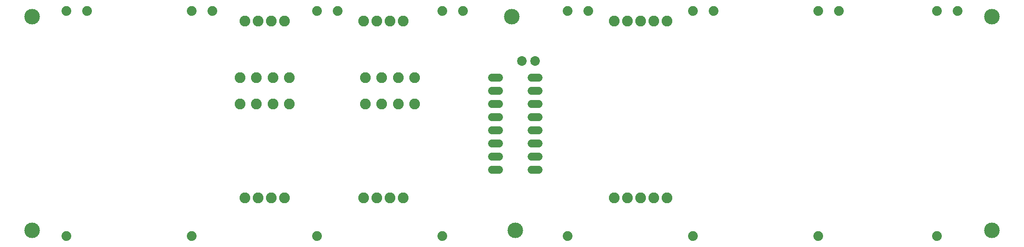
<source format=gts>
G75*
G70*
%OFA0B0*%
%FSLAX24Y24*%
%IPPOS*%
%LPD*%
%AMOC8*
5,1,8,0,0,1.08239X$1,22.5*
%
%ADD10C,0.0740*%
%ADD11C,0.0600*%
%ADD12C,0.1182*%
%ADD13C,0.0820*%
%ADD14C,0.0730*%
D10*
X005223Y002197D03*
X014723Y002197D03*
X024223Y002197D03*
X033723Y002197D03*
X043223Y002197D03*
X052723Y002197D03*
X062223Y002197D03*
X071223Y002197D03*
X071223Y019323D03*
X072797Y019323D03*
X063797Y019323D03*
X062223Y019323D03*
X054297Y019323D03*
X052723Y019323D03*
X044797Y019323D03*
X043223Y019323D03*
X035297Y019323D03*
X033723Y019323D03*
X025797Y019323D03*
X024223Y019323D03*
X016297Y019323D03*
X014723Y019323D03*
X006797Y019323D03*
X005223Y019323D03*
D11*
X037500Y014260D02*
X038020Y014260D01*
X040500Y014260D02*
X041020Y014260D01*
X041020Y013260D02*
X040500Y013260D01*
X038020Y013260D02*
X037500Y013260D01*
X037500Y012260D02*
X038020Y012260D01*
X040500Y012260D02*
X041020Y012260D01*
X041020Y011260D02*
X040500Y011260D01*
X038020Y011260D02*
X037500Y011260D01*
X037500Y010260D02*
X038020Y010260D01*
X040500Y010260D02*
X041020Y010260D01*
X041020Y009260D02*
X040500Y009260D01*
X038020Y009260D02*
X037500Y009260D01*
X037500Y008260D02*
X038020Y008260D01*
X040500Y008260D02*
X041020Y008260D01*
X041020Y007260D02*
X040500Y007260D01*
X038020Y007260D02*
X037500Y007260D01*
D12*
X039260Y002635D03*
X075385Y002635D03*
X075385Y018885D03*
X039010Y018885D03*
X002635Y018885D03*
X002635Y002635D03*
D13*
X018760Y005118D03*
X019760Y005118D03*
X020760Y005118D03*
X021760Y005118D03*
X027760Y005118D03*
X028760Y005118D03*
X029760Y005118D03*
X030760Y005118D03*
X046760Y005118D03*
X047760Y005118D03*
X048760Y005118D03*
X049760Y005118D03*
X050760Y005118D03*
X031635Y012260D03*
X030385Y012260D03*
X029135Y012260D03*
X027885Y012260D03*
X022135Y012260D03*
X020885Y012260D03*
X019635Y012260D03*
X018385Y012260D03*
X018385Y014260D03*
X019635Y014260D03*
X020885Y014260D03*
X022135Y014260D03*
X027885Y014260D03*
X029135Y014260D03*
X030385Y014260D03*
X031635Y014260D03*
X030760Y018556D03*
X029760Y018556D03*
X028760Y018556D03*
X027760Y018556D03*
X021760Y018556D03*
X020760Y018556D03*
X019760Y018556D03*
X018760Y018556D03*
X046760Y018556D03*
X047760Y018556D03*
X048760Y018556D03*
X049760Y018556D03*
X050760Y018556D03*
D14*
X040760Y015510D03*
X039760Y015510D03*
M02*

</source>
